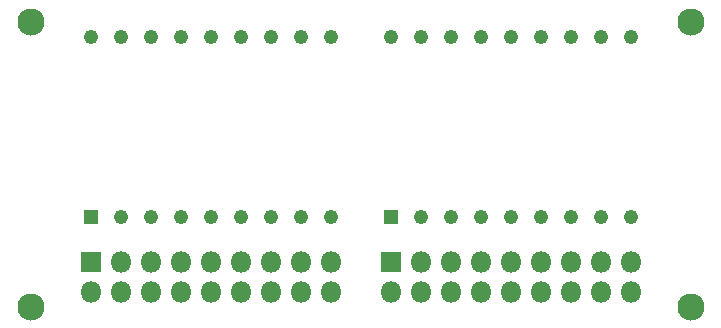
<source format=gbr>
%TF.GenerationSoftware,KiCad,Pcbnew,5.1.6-c6e7f7d~86~ubuntu18.04.1*%
%TF.CreationDate,2020-05-27T04:41:55+02:00*%
%TF.ProjectId,LED-display_x4,4c45442d-6469-4737-906c-61795f78342e,1.0*%
%TF.SameCoordinates,PX463f660PY525bfc0*%
%TF.FileFunction,Soldermask,Top*%
%TF.FilePolarity,Negative*%
%FSLAX46Y46*%
G04 Gerber Fmt 4.6, Leading zero omitted, Abs format (unit mm)*
G04 Created by KiCad (PCBNEW 5.1.6-c6e7f7d~86~ubuntu18.04.1) date 2020-05-27 04:41:55*
%MOMM*%
%LPD*%
G01*
G04 APERTURE LIST*
%ADD10C,2.300000*%
%ADD11O,1.800000X1.800000*%
%ADD12R,1.800000X1.800000*%
%ADD13C,1.217600*%
%ADD14R,1.217600X1.217600*%
G04 APERTURE END LIST*
D10*
%TO.C,M4*%
X58420000Y26670000D03*
%TD*%
%TO.C,M3*%
X58420000Y2540000D03*
%TD*%
%TO.C,M2*%
X2540000Y2540000D03*
%TD*%
%TO.C,M1*%
X2540000Y26670000D03*
%TD*%
D11*
%TO.C,J2*%
X53340000Y3810000D03*
X53340000Y6350000D03*
X50800000Y3810000D03*
X50800000Y6350000D03*
X48260000Y3810000D03*
X48260000Y6350000D03*
X45720000Y3810000D03*
X45720000Y6350000D03*
X43180000Y3810000D03*
X43180000Y6350000D03*
X40640000Y3810000D03*
X40640000Y6350000D03*
X38100000Y3810000D03*
X38100000Y6350000D03*
X35560000Y3810000D03*
X35560000Y6350000D03*
X33020000Y3810000D03*
D12*
X33020000Y6350000D03*
%TD*%
D11*
%TO.C,J1*%
X27940000Y3810000D03*
X27940000Y6350000D03*
X25400000Y3810000D03*
X25400000Y6350000D03*
X22860000Y3810000D03*
X22860000Y6350000D03*
X20320000Y3810000D03*
X20320000Y6350000D03*
X17780000Y3810000D03*
X17780000Y6350000D03*
X15240000Y3810000D03*
X15240000Y6350000D03*
X12700000Y3810000D03*
X12700000Y6350000D03*
X10160000Y3810000D03*
X10160000Y6350000D03*
X7620000Y3810000D03*
D12*
X7620000Y6350000D03*
%TD*%
D13*
%TO.C,D1*%
X27940000Y25400000D03*
X25400000Y25400000D03*
X22860000Y25400000D03*
X20320000Y25400000D03*
X17780000Y25400000D03*
X15240000Y25400000D03*
X12700000Y25400000D03*
X10160000Y25400000D03*
X7620000Y25400000D03*
X27940000Y10160000D03*
X25400000Y10160000D03*
X22860000Y10160000D03*
X20320000Y10160000D03*
X17780000Y10160000D03*
X15240000Y10160000D03*
X12700000Y10160000D03*
X10160000Y10160000D03*
D14*
X7620000Y10160000D03*
%TD*%
D13*
%TO.C,D2*%
X53340000Y25400000D03*
X50800000Y25400000D03*
X48260000Y25400000D03*
X45720000Y25400000D03*
X43180000Y25400000D03*
X40640000Y25400000D03*
X38100000Y25400000D03*
X35560000Y25400000D03*
X33020000Y25400000D03*
X53340000Y10160000D03*
X50800000Y10160000D03*
X48260000Y10160000D03*
X45720000Y10160000D03*
X43180000Y10160000D03*
X40640000Y10160000D03*
X38100000Y10160000D03*
X35560000Y10160000D03*
D14*
X33020000Y10160000D03*
%TD*%
M02*

</source>
